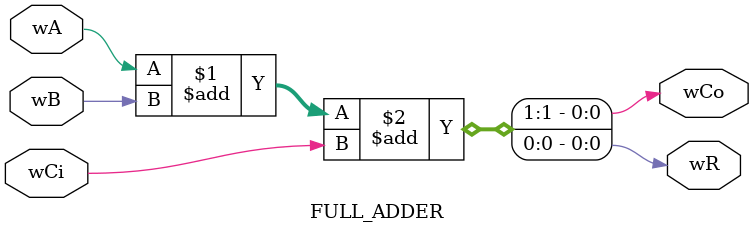
<source format=v>
module FULL_ADDER (
input wire  wA,wB,wCi,
output wire  wR ,
output wire wCo
);
assign {wCo,wR} = wA + wB + wCi;
endmodule
</source>
